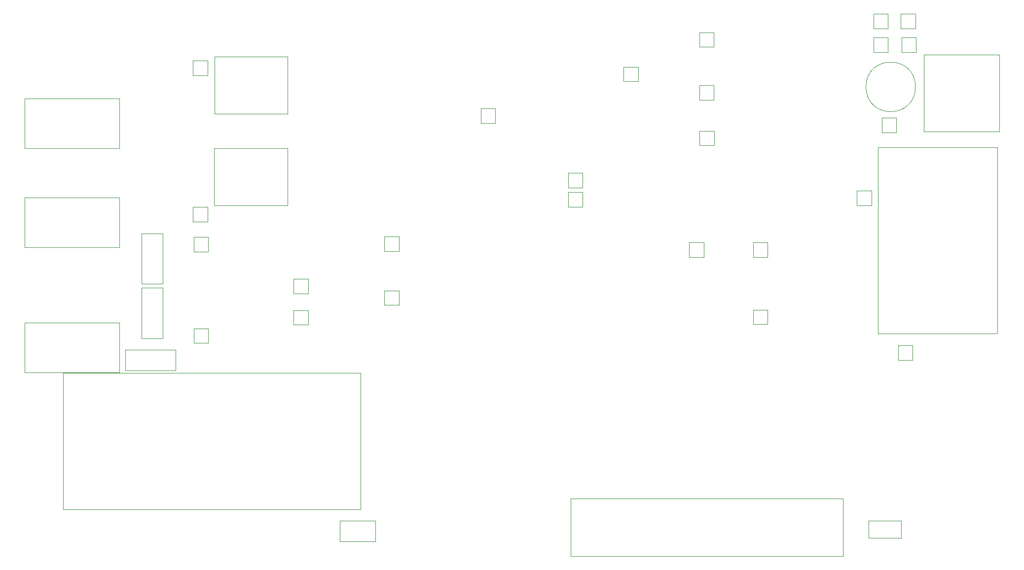
<source format=gbr>
%TF.GenerationSoftware,KiCad,Pcbnew,8.0.8*%
%TF.CreationDate,2025-02-14T08:34:57+01:00*%
%TF.ProjectId,AD DA module,41442044-4120-46d6-9f64-756c652e6b69,rev?*%
%TF.SameCoordinates,Original*%
%TF.FileFunction,Other,User*%
%FSLAX46Y46*%
G04 Gerber Fmt 4.6, Leading zero omitted, Abs format (unit mm)*
G04 Created by KiCad (PCBNEW 8.0.8) date 2025-02-14 08:34:57*
%MOMM*%
%LPD*%
G01*
G04 APERTURE LIST*
%ADD10C,0.050000*%
%ADD11C,0.100000*%
G04 APERTURE END LIST*
D10*
X109350000Y-23760000D02*
X109350000Y-26260000D01*
X109350000Y-23760000D02*
X111850000Y-23760000D01*
X111850000Y-26260000D02*
X109350000Y-26260000D01*
X111850000Y-26260000D02*
X111850000Y-23760000D01*
X118540000Y-57010000D02*
X118540000Y-54510000D01*
X118540000Y-57010000D02*
X121040000Y-57010000D01*
X121040000Y-54510000D02*
X118540000Y-54510000D01*
X121040000Y-54510000D02*
X121040000Y-57010000D01*
X39695000Y-54595000D02*
X39695000Y-57095000D01*
X39695000Y-54595000D02*
X42195000Y-54595000D01*
X42195000Y-57095000D02*
X39695000Y-57095000D01*
X42195000Y-57095000D02*
X42195000Y-54595000D01*
X136360000Y-36570000D02*
X136360000Y-34070000D01*
X136360000Y-36570000D02*
X138860000Y-36570000D01*
X138860000Y-34070000D02*
X136360000Y-34070000D01*
X138860000Y-34070000D02*
X138860000Y-36570000D01*
X22400000Y-36870000D02*
X22400000Y-39370000D01*
X22400000Y-36870000D02*
X24900000Y-36870000D01*
X24900000Y-39370000D02*
X22400000Y-39370000D01*
X24900000Y-39370000D02*
X24900000Y-36870000D01*
X-6500000Y-65300000D02*
X-6500000Y-56700000D01*
X-6500000Y-65300000D02*
X9800000Y-65300000D01*
X9800000Y-56700000D02*
X-6500000Y-56700000D01*
X9800000Y-56700000D02*
X9800000Y-65300000D01*
X139200000Y-3660000D02*
X139200000Y-6160000D01*
X139200000Y-3660000D02*
X141700000Y-3660000D01*
X141700000Y-6160000D02*
X139200000Y-6160000D01*
X141700000Y-6160000D02*
X141700000Y-3660000D01*
X138410000Y-90770000D02*
X138410000Y-93770000D01*
X138410000Y-90770000D02*
X143950000Y-90770000D01*
X143950000Y-93770000D02*
X138410000Y-93770000D01*
X143950000Y-93770000D02*
X143950000Y-90770000D01*
X39695000Y-49225000D02*
X39695000Y-51725000D01*
X39695000Y-49225000D02*
X42195000Y-49225000D01*
X42195000Y-51725000D02*
X39695000Y-51725000D01*
X42195000Y-51725000D02*
X42195000Y-49225000D01*
X13610000Y-41395000D02*
X13610000Y-50045000D01*
X13610000Y-50045000D02*
X17210000Y-50045000D01*
X17210000Y-41395000D02*
X13610000Y-41395000D01*
X17210000Y-50045000D02*
X17210000Y-41395000D01*
X127000Y-65409000D02*
X127000Y-88809000D01*
X127000Y-88809000D02*
X51222000Y-88809000D01*
X51222000Y-65409000D02*
X127000Y-65409000D01*
X51222000Y-88809000D02*
X51222000Y-65409000D01*
X96350000Y-15280000D02*
X96350000Y-12780000D01*
X96350000Y-15280000D02*
X98850000Y-15280000D01*
X98850000Y-12780000D02*
X96350000Y-12780000D01*
X98850000Y-12780000D02*
X98850000Y-15280000D01*
X47605000Y-90760000D02*
X47605000Y-94360000D01*
X47605000Y-94360000D02*
X53755000Y-94360000D01*
X53755000Y-90760000D02*
X47605000Y-90760000D01*
X53755000Y-94360000D02*
X53755000Y-90760000D01*
X109320000Y-6860000D02*
X109320000Y-9360000D01*
X109320000Y-6860000D02*
X111820000Y-6860000D01*
X111820000Y-9360000D02*
X109320000Y-9360000D01*
X111820000Y-9360000D02*
X111820000Y-6860000D01*
X55260000Y-41940000D02*
X55260000Y-44440000D01*
X55260000Y-41940000D02*
X57760000Y-41940000D01*
X57760000Y-44440000D02*
X55260000Y-44440000D01*
X57760000Y-44440000D02*
X57760000Y-41940000D01*
X22525000Y-57715000D02*
X22525000Y-60215000D01*
X22525000Y-57715000D02*
X25025000Y-57715000D01*
X25025000Y-60215000D02*
X22525000Y-60215000D01*
X25025000Y-60215000D02*
X25025000Y-57715000D01*
D11*
X26030000Y-26780000D02*
X26030000Y-36570000D01*
X26030000Y-36570000D02*
X38630000Y-36570000D01*
X38630000Y-26780000D02*
X26030000Y-26780000D01*
X38630000Y-36570000D02*
X38630000Y-26780000D01*
D10*
X-6500000Y-43800000D02*
X-6500000Y-35200000D01*
X-6500000Y-43800000D02*
X9800000Y-43800000D01*
X9800000Y-35200000D02*
X-6500000Y-35200000D01*
X9800000Y-35200000D02*
X9800000Y-43800000D01*
X109332500Y-15937500D02*
X109332500Y-18437500D01*
X109332500Y-15937500D02*
X111832500Y-15937500D01*
X111832500Y-18437500D02*
X109332500Y-18437500D01*
X111832500Y-18437500D02*
X111832500Y-15937500D01*
X139200000Y-7750000D02*
X139200000Y-10250000D01*
X139200000Y-7750000D02*
X141700000Y-7750000D01*
X141700000Y-10250000D02*
X139200000Y-10250000D01*
X141700000Y-10250000D02*
X141700000Y-7750000D01*
X107589000Y-45470000D02*
X107589000Y-42970000D01*
X107589000Y-45470000D02*
X110089000Y-45470000D01*
X110089000Y-42970000D02*
X107589000Y-42970000D01*
X110089000Y-42970000D02*
X110089000Y-45470000D01*
X143930000Y-3660000D02*
X143930000Y-6160000D01*
X143930000Y-3660000D02*
X146430000Y-3660000D01*
X146430000Y-6160000D02*
X143930000Y-6160000D01*
X146430000Y-6160000D02*
X146430000Y-3660000D01*
X22525000Y-42015000D02*
X22525000Y-44515000D01*
X22525000Y-42015000D02*
X25025000Y-42015000D01*
X25025000Y-44515000D02*
X22525000Y-44515000D01*
X25025000Y-44515000D02*
X25025000Y-42015000D01*
X-6500000Y-26800000D02*
X-6500000Y-18200000D01*
X-6500000Y-26800000D02*
X9800000Y-26800000D01*
X9800000Y-18200000D02*
X-6500000Y-18200000D01*
X9800000Y-18200000D02*
X9800000Y-26800000D01*
X13610000Y-50755000D02*
X13610000Y-59405000D01*
X13610000Y-59405000D02*
X17210000Y-59405000D01*
X17210000Y-50755000D02*
X13610000Y-50755000D01*
X17210000Y-59405000D02*
X17210000Y-50755000D01*
X118550000Y-45470000D02*
X118550000Y-42970000D01*
X118550000Y-45470000D02*
X121050000Y-45470000D01*
X121050000Y-42970000D02*
X118550000Y-42970000D01*
X121050000Y-42970000D02*
X121050000Y-45470000D01*
X86790000Y-34300000D02*
X86790000Y-36800000D01*
X86790000Y-34300000D02*
X89290000Y-34300000D01*
X89290000Y-36800000D02*
X86790000Y-36800000D01*
X89290000Y-36800000D02*
X89290000Y-34300000D01*
X22400000Y-11720000D02*
X22400000Y-14220000D01*
X22400000Y-11720000D02*
X24900000Y-11720000D01*
X24900000Y-14220000D02*
X22400000Y-14220000D01*
X24900000Y-14220000D02*
X24900000Y-11720000D01*
X55260000Y-51220000D02*
X55260000Y-53720000D01*
X55260000Y-51220000D02*
X57760000Y-51220000D01*
X57760000Y-53720000D02*
X55260000Y-53720000D01*
X57760000Y-53720000D02*
X57760000Y-51220000D01*
X147830000Y-10690000D02*
X147830000Y-23850000D01*
X147830000Y-23850000D02*
X160830000Y-23850000D01*
X160830000Y-10690000D02*
X147830000Y-10690000D01*
X160830000Y-23850000D02*
X160830000Y-10690000D01*
D11*
X139990000Y-26570000D02*
X139990000Y-58570000D01*
X139990000Y-26570000D02*
X160490000Y-26570000D01*
X139990000Y-58570000D02*
X160490000Y-58570000D01*
X160490000Y-26570000D02*
X160490000Y-58570000D01*
D10*
X146430000Y-16210000D02*
G75*
G02*
X137930000Y-16210000I-4250000J0D01*
G01*
X137930000Y-16210000D02*
G75*
G02*
X146430000Y-16210000I4250000J0D01*
G01*
X144020000Y-7750000D02*
X144020000Y-10250000D01*
X144020000Y-7750000D02*
X146520000Y-7750000D01*
X146520000Y-10250000D02*
X144020000Y-10250000D01*
X146520000Y-10250000D02*
X146520000Y-7750000D01*
X87230000Y-86980000D02*
X87230000Y-96880000D01*
X87230000Y-96880000D02*
X133990000Y-96880000D01*
X133990000Y-86980000D02*
X87230000Y-86980000D01*
X133990000Y-96880000D02*
X133990000Y-86980000D01*
X10770000Y-61360000D02*
X10770000Y-64960000D01*
X10770000Y-64960000D02*
X19420000Y-64960000D01*
X19420000Y-61360000D02*
X10770000Y-61360000D01*
X19420000Y-64960000D02*
X19420000Y-61360000D01*
D11*
X26080000Y-11045000D02*
X26080000Y-20835000D01*
X26080000Y-20835000D02*
X38680000Y-20835000D01*
X38680000Y-11045000D02*
X26080000Y-11045000D01*
X38680000Y-20835000D02*
X38680000Y-11045000D01*
D10*
X140640000Y-21550000D02*
X140640000Y-24050000D01*
X140640000Y-21550000D02*
X143140000Y-21550000D01*
X143140000Y-24050000D02*
X140640000Y-24050000D01*
X143140000Y-24050000D02*
X143140000Y-21550000D01*
X86790000Y-33520000D02*
X86790000Y-31020000D01*
X86790000Y-33520000D02*
X89290000Y-33520000D01*
X89290000Y-31020000D02*
X86790000Y-31020000D01*
X89290000Y-31020000D02*
X89290000Y-33520000D01*
X71820000Y-19910000D02*
X71820000Y-22410000D01*
X71820000Y-19910000D02*
X74320000Y-19910000D01*
X74320000Y-22410000D02*
X71820000Y-22410000D01*
X74320000Y-22410000D02*
X74320000Y-19910000D01*
X143460000Y-60630000D02*
X143460000Y-63130000D01*
X143460000Y-60630000D02*
X145960000Y-60630000D01*
X145960000Y-63130000D02*
X143460000Y-63130000D01*
X145960000Y-63130000D02*
X145960000Y-60630000D01*
M02*

</source>
